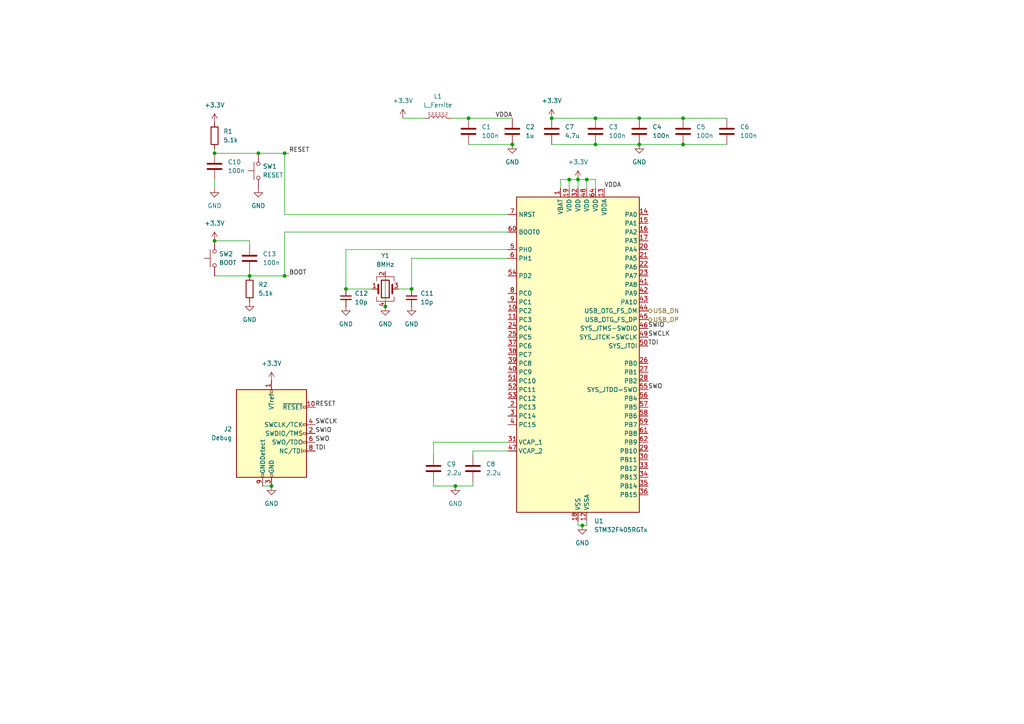
<source format=kicad_sch>
(kicad_sch (version 20250114) (generator "eeschema") (generator_version "9.0")
  (paper "A4")
  (lib_symbols
    (symbol "Connector:Conn_ARM_JTAG_SWD_10" (pin_names (offset 1.016))
      (property "Reference" "J" (at -2.54 16.51 0))
      (property "Value" "Conn_ARM_JTAG_SWD_10" (at -2.54 13.97 0))
      (symbol "Conn_ARM_JTAG_SWD_10_0_1"
        (rectangle (start -10.16 12.7) (end 10.16 -12.7) (stroke (width 0.254)) (fill (type background)))
        (rectangle (start -2.794 -12.7) (end -2.286 -11.684))
        (rectangle (start -0.254 12.7) (end 0.254 11.684))
        (rectangle (start -0.254 -12.7) (end 0.254 -11.684))
        (rectangle (start 9.144 2.286) (end 10.16 2.794))
        (rectangle (start 10.16 7.874) (end 9.144 7.366))
        (rectangle (start 10.16 -0.254) (end 9.144 0.254))
        (rectangle (start 10.16 -2.794) (end 9.144 -2.286))
      )
      (symbol "Conn_ARM_JTAG_SWD_10_1_1"
        (rectangle (start 9.144 -5.334) (end 10.16 -4.826))
        (pin no_connect line (at -10.16 0 0) (length 2.54) (hide yes) (name "KEY") (number "7"))
        (pin passive line (at -2.54 -15.24 90) (length 2.54) (name "GNDDetect") (number "9"))
        (pin power_in line (at 0 15.24 270) (length 2.54) (name "VTref") (number "1"))
        (pin power_in line (at 0 -15.24 90) (length 2.54) (name "GND") (number "3"))
        (pin passive line (at 0 -15.24 90) (length 2.54) (hide yes) (name "GND") (number "5"))
        (pin open_collector line (at 12.7 7.62 180) (length 2.54) (name "~{RESET}") (number "10"))
        (pin output line (at 12.7 2.54 180) (length 2.54) (name "SWCLK/TCK") (number "4"))
        (pin bidirectional line (at 12.7 0 180) (length 2.54) (name "SWDIO/TMS") (number "2"))
        (pin input line (at 12.7 -2.54 180) (length 2.54) (name "SWO/TDO") (number "6"))
        (pin output line (at 12.7 -5.08 180) (length 2.54) (name "NC/TDI") (number "8"))
      )
    )
    (symbol "Device:C" (pin_numbers (hide yes)) (pin_names (offset 0.254))
      (property "Reference" "C" (at 0.635 2.54 0))
      (property "Value" "C" (at 0.635 -2.54 0))
      (symbol "C_0_1"
        (polyline (pts (xy -2.032 0.762) (xy 2.032 0.762)) (stroke (width 0.508)))
        (polyline (pts (xy -2.032 -0.762) (xy 2.032 -0.762)) (stroke (width 0.508)))
      )
      (symbol "C_1_1"
        (pin passive line (at 0 3.81 270) (length 2.794) (name "~") (number "1"))
        (pin passive line (at 0 -3.81 90) (length 2.794) (name "~") (number "2"))
      )
    )
    (symbol "Device:C_Small" (pin_numbers (hide yes)) (pin_names (offset 0.254) (hide yes))
      (property "Reference" "C" (at 0.254 1.778 0))
      (property "Value" "C_Small" (at 0.254 -2.032 0))
      (symbol "C_Small_0_1"
        (polyline (pts (xy -1.524 0.508) (xy 1.524 0.508)) (stroke (width 0.3048)))
        (polyline (pts (xy -1.524 -0.508) (xy 1.524 -0.508)) (stroke (width 0.3302)))
      )
      (symbol "C_Small_1_1"
        (pin passive line (at 0 2.54 270) (length 2.032) (name "~") (number "1"))
        (pin passive line (at 0 -2.54 90) (length 2.032) (name "~") (number "2"))
      )
    )
    (symbol "Device:Crystal_GND24" (pin_names (offset 1.016) (hide yes))
      (property "Reference" "Y" (at 3.175 5.08 0))
      (property "Value" "Crystal_GND24" (at 3.175 3.175 0))
      (symbol "Crystal_GND24_0_1"
        (polyline (pts (xy -2.54 2.286) (xy -2.54 3.556) (xy 2.54 3.556) (xy 2.54 2.286)))
        (polyline (pts (xy -2.54 0) (xy -2.032 0)))
        (polyline (pts (xy -2.54 -2.286) (xy -2.54 -3.556) (xy 2.54 -3.556) (xy 2.54 -2.286)))
        (polyline (pts (xy -2.032 -1.27) (xy -2.032 1.27)) (stroke (width 0.508)))
        (rectangle (start -1.143 2.54) (end 1.143 -2.54) (stroke (width 0.3048)))
        (polyline (pts (xy 0 3.556) (xy 0 3.81)))
        (polyline (pts (xy 0 -3.81) (xy 0 -3.556)))
        (polyline (pts (xy 2.032 0) (xy 2.54 0)))
        (polyline (pts (xy 2.032 -1.27) (xy 2.032 1.27)) (stroke (width 0.508)))
      )
      (symbol "Crystal_GND24_1_1"
        (pin passive line (at -3.81 0 0) (length 1.27) (name "1") (number "1"))
        (pin passive line (at 0 5.08 270) (length 1.27) (name "2") (number "2"))
        (pin passive line (at 0 -5.08 90) (length 1.27) (name "4") (number "4"))
        (pin passive line (at 3.81 0 180) (length 1.27) (name "3") (number "3"))
      )
    )
    (symbol "Device:L_Ferrite" (pin_numbers (hide yes)) (pin_names (offset 1.016) (hide yes))
      (property "Reference" "L" (at -1.27 0 90))
      (property "Value" "L_Ferrite" (at 2.794 0 90))
      (symbol "L_Ferrite_0_1"
        (arc (start 0 2.54) (mid 0.6323 1.905) (end 0 1.27))
        (arc (start 0 1.27) (mid 0.6323 0.635) (end 0 0))
        (arc (start 0 0) (mid 0.6323 -0.635) (end 0 -1.27))
        (arc (start 0 -1.27) (mid 0.6323 -1.905) (end 0 -2.54))
        (polyline (pts (xy 1.016 2.286) (xy 1.016 2.794)))
        (polyline (pts (xy 1.016 1.27) (xy 1.016 1.778)))
        (polyline (pts (xy 1.016 0.254) (xy 1.016 0.762)))
        (polyline (pts (xy 1.016 -0.762) (xy 1.016 -0.254)))
        (polyline (pts (xy 1.016 -1.778) (xy 1.016 -1.27)))
        (polyline (pts (xy 1.016 -2.794) (xy 1.016 -2.286)))
        (polyline (pts (xy 1.524 2.794) (xy 1.524 2.286)))
        (polyline (pts (xy 1.524 1.778) (xy 1.524 1.27)))
        (polyline (pts (xy 1.524 0.762) (xy 1.524 0.254)))
        (polyline (pts (xy 1.524 -0.254) (xy 1.524 -0.762)))
        (polyline (pts (xy 1.524 -1.27) (xy 1.524 -1.778)))
        (polyline (pts (xy 1.524 -2.286) (xy 1.524 -2.794)))
      )
      (symbol "L_Ferrite_1_1"
        (pin passive line (at 0 3.81 270) (length 1.27) (name "1") (number "1"))
        (pin passive line (at 0 -3.81 90) (length 1.27) (name "2") (number "2"))
      )
    )
    (symbol "Device:R" (pin_numbers (hide yes)) (pin_names (offset 0))
      (property "Reference" "R" (at 2.032 0 90))
      (property "Value" "R" (at 0 0 90))
      (symbol "R_0_1"
        (rectangle (start -1.016 -2.54) (end 1.016 2.54) (stroke (width 0.254)))
      )
      (symbol "R_1_1"
        (pin passive line (at 0 3.81 270) (length 1.27) (name "~") (number "1"))
        (pin passive line (at 0 -3.81 90) (length 1.27) (name "~") (number "2"))
      )
    )
    (symbol "MCU_ST_STM32F4:STM32F405RGTx"
      (property "Reference" "U" (at -17.78 46.99 0))
      (property "Value" "STM32F405RGTx" (at 10.16 46.99 0))
      (symbol "STM32F405RGTx_0_1"
        (rectangle (start -17.78 -45.72) (end 17.78 45.72) (stroke (width 0.254)) (fill (type background)))
      )
      (symbol "STM32F405RGTx_1_1"
        (pin input line (at -20.32 40.64 0) (length 2.54) (name "NRST") (number "7"))
        (pin input line (at -20.32 35.56 0) (length 2.54) (name "BOOT0") (number "60"))
        (pin bidirectional line (at -20.32 30.48 0) (length 2.54) (name "PH0") (number "5"))
        (pin bidirectional line (at -20.32 27.94 0) (length 2.54) (name "PH1") (number "6"))
        (pin bidirectional line (at -20.32 22.86 0) (length 2.54) (name "PD2") (number "54"))
        (pin bidirectional line (at -20.32 17.78 0) (length 2.54) (name "PC0") (number "8"))
        (pin bidirectional line (at -20.32 15.24 0) (length 2.54) (name "PC1") (number "9"))
        (pin bidirectional line (at -20.32 12.7 0) (length 2.54) (name "PC2") (number "10"))
        (pin bidirectional line (at -20.32 10.16 0) (length 2.54) (name "PC3") (number "11"))
        (pin bidirectional line (at -20.32 7.62 0) (length 2.54) (name "PC4") (number "24"))
        (pin bidirectional line (at -20.32 5.08 0) (length 2.54) (name "PC5") (number "25"))
        (pin bidirectional line (at -20.32 2.54 0) (length 2.54) (name "PC6") (number "37"))
        (pin bidirectional line (at -20.32 0 0) (length 2.54) (name "PC7") (number "38"))
        (pin bidirectional line (at -20.32 -2.54 0) (length 2.54) (name "PC8") (number "39"))
        (pin bidirectional line (at -20.32 -5.08 0) (length 2.54) (name "PC9") (number "40"))
        (pin bidirectional line (at -20.32 -7.62 0) (length 2.54) (name "PC10") (number "51"))
        (pin bidirectional line (at -20.32 -10.16 0) (length 2.54) (name "PC11") (number "52"))
        (pin bidirectional line (at -20.32 -12.7 0) (length 2.54) (name "PC12") (number "53"))
        (pin bidirectional line (at -20.32 -15.24 0) (length 2.54) (name "PC13") (number "2"))
        (pin bidirectional line (at -20.32 -17.78 0) (length 2.54) (name "PC14") (number "3"))
        (pin bidirectional line (at -20.32 -20.32 0) (length 2.54) (name "PC15") (number "4"))
        (pin power_out line (at -20.32 -25.4 0) (length 2.54) (name "VCAP_1") (number "31"))
        (pin power_out line (at -20.32 -27.94 0) (length 2.54) (name "VCAP_2") (number "47"))
        (pin power_in line (at -5.08 48.26 270) (length 2.54) (name "VBAT") (number "1"))
        (pin power_in line (at -2.54 48.26 270) (length 2.54) (name "VDD") (number "19"))
        (pin power_in line (at 0 48.26 270) (length 2.54) (name "VDD") (number "32"))
        (pin power_in line (at 0 -48.26 90) (length 2.54) (name "VSS") (number "18"))
        (pin passive line (at 0 -48.26 90) (length 2.54) (hide yes) (name "VSS") (number "63"))
        (pin power_in line (at 2.54 48.26 270) (length 2.54) (name "VDD") (number "48"))
        (pin power_in line (at 2.54 -48.26 90) (length 2.54) (name "VSSA") (number "12"))
        (pin power_in line (at 5.08 48.26 270) (length 2.54) (name "VDD") (number "64"))
        (pin power_in line (at 7.62 48.26 270) (length 2.54) (name "VDDA") (number "13"))
        (pin bidirectional line (at 20.32 40.64 180) (length 2.54) (name "PA0") (number "14"))
        (pin bidirectional line (at 20.32 38.1 180) (length 2.54) (name "PA1") (number "15"))
        (pin bidirectional line (at 20.32 35.56 180) (length 2.54) (name "PA2") (number "16"))
        (pin bidirectional line (at 20.32 33.02 180) (length 2.54) (name "PA3") (number "17"))
        (pin bidirectional line (at 20.32 30.48 180) (length 2.54) (name "PA4") (number "20"))
        (pin bidirectional line (at 20.32 27.94 180) (length 2.54) (name "PA5") (number "21"))
        (pin bidirectional line (at 20.32 25.4 180) (length 2.54) (name "PA6") (number "22"))
        (pin bidirectional line (at 20.32 22.86 180) (length 2.54) (name "PA7") (number "23"))
        (pin bidirectional line (at 20.32 20.32 180) (length 2.54) (name "PA8") (number "41"))
        (pin bidirectional line (at 20.32 17.78 180) (length 2.54) (name "PA9") (number "42"))
        (pin bidirectional line (at 20.32 15.24 180) (length 2.54) (name "PA10") (number "43"))
        (pin bidirectional line (at 20.32 12.7 180) (length 2.54) (name "PA11") (number "44") (alternate "USB_OTG_FS_DM" bidirectional line))
        (pin bidirectional line (at 20.32 10.16 180) (length 2.54) (name "PA12") (number "45") (alternate "USB_OTG_FS_DP" bidirectional line))
        (pin bidirectional line (at 20.32 7.62 180) (length 2.54) (name "PA13") (number "46") (alternate "SYS_JTMS-SWDIO" bidirectional line))
        (pin bidirectional line (at 20.32 5.08 180) (length 2.54) (name "PA14") (number "49") (alternate "SYS_JTCK-SWCLK" bidirectional line))
        (pin bidirectional line (at 20.32 2.54 180) (length 2.54) (name "PA15") (number "50") (alternate "SYS_JTDI" bidirectional line))
        (pin bidirectional line (at 20.32 -2.54 180) (length 2.54) (name "PB0") (number "26"))
        (pin bidirectional line (at 20.32 -5.08 180) (length 2.54) (name "PB1") (number "27"))
        (pin bidirectional line (at 20.32 -7.62 180) (length 2.54) (name "PB2") (number "28"))
        (pin bidirectional line (at 20.32 -10.16 180) (length 2.54) (name "PB3") (number "55") (alternate "SYS_JTDO-SWO" bidirectional line))
        (pin bidirectional line (at 20.32 -12.7 180) (length 2.54) (name "PB4") (number "56"))
        (pin bidirectional line (at 20.32 -15.24 180) (length 2.54) (name "PB5") (number "57"))
        (pin bidirectional line (at 20.32 -17.78 180) (length 2.54) (name "PB6") (number "58"))
        (pin bidirectional line (at 20.32 -20.32 180) (length 2.54) (name "PB7") (number "59"))
        (pin bidirectional line (at 20.32 -22.86 180) (length 2.54) (name "PB8") (number "61"))
        (pin bidirectional line (at 20.32 -25.4 180) (length 2.54) (name "PB9") (number "62"))
        (pin bidirectional line (at 20.32 -27.94 180) (length 2.54) (name "PB10") (number "29"))
        (pin bidirectional line (at 20.32 -30.48 180) (length 2.54) (name "PB11") (number "30"))
        (pin bidirectional line (at 20.32 -33.02 180) (length 2.54) (name "PB12") (number "33"))
        (pin bidirectional line (at 20.32 -35.56 180) (length 2.54) (name "PB13") (number "34"))
        (pin bidirectional line (at 20.32 -38.1 180) (length 2.54) (name "PB14") (number "35"))
        (pin bidirectional line (at 20.32 -40.64 180) (length 2.54) (name "PB15") (number "36"))
      )
    )
    (symbol "Switch:SW_Push" (pin_numbers (hide yes)) (pin_names (offset 1.016) (hide yes))
      (property "Reference" "SW" (at 1.27 2.54 0))
      (property "Value" "SW_Push" (at 0 -1.524 0))
      (symbol "SW_Push_0_1"
        (circle (center -2.032 0) (radius 0.508))
        (polyline (pts (xy 0 1.27) (xy 0 3.048)))
        (circle (center 2.032 0) (radius 0.508))
        (polyline (pts (xy 2.54 1.27) (xy -2.54 1.27)))
        (pin passive line (at -5.08 0 0) (length 2.54) (name "1") (number "1"))
        (pin passive line (at 5.08 0 180) (length 2.54) (name "2") (number "2"))
      )
    )
    (symbol "power:+3.3V" (power) (pin_numbers (hide yes)) (pin_names (offset 0) (hide yes))
      (property "Value" "+3.3V" (at 0 3.556 0))
      (symbol "+3.3V_0_1"
        (polyline (pts (xy -0.762 1.27) (xy 0 2.54)))
        (polyline (pts (xy 0 2.54) (xy 0.762 1.27)))
        (polyline (pts (xy 0 0) (xy 0 2.54)))
      )
      (symbol "+3.3V_1_1"
        (pin power_in line (at 0 0 90) (length 0) (name "~") (number "1"))
      )
    )
    (symbol "power:GND" (power) (pin_numbers (hide yes)) (pin_names (offset 0) (hide yes))
      (property "Value" "GND" (at 0 -3.81 0))
      (symbol "GND_0_1"
        (polyline (pts (xy 0 0) (xy 0 -1.27) (xy 1.27 -1.27) (xy 0 -2.54) (xy -1.27 -1.27) (xy 0 -1.27)))
      )
      (symbol "GND_1_1"
        (pin power_in line (at 0 0 270) (length 0) (name "~") (number "1"))
      )
    )
  )
  (junction (at 82.55 80.01))
  (junction (at 62.23 69.85))
  (junction (at 185.42 41.91))
  (junction (at 100.33 83.82))
  (junction (at 62.23 44.45))
  (junction (at 135.89 34.29))
  (junction (at 198.12 41.91))
  (junction (at 78.74 140.97))
  (junction (at 132.08 140.97))
  (junction (at 82.55 44.45))
  (junction (at 198.12 34.29))
  (junction (at 167.64 52.07))
  (junction (at 172.72 34.29))
  (junction (at 165.1 52.07))
  (junction (at 119.38 83.82))
  (junction (at 111.76 88.9))
  (junction (at 170.18 52.07))
  (junction (at 185.42 34.29))
  (junction (at 172.72 41.91))
  (junction (at 74.93 44.45))
  (junction (at 160.02 34.29))
  (junction (at 168.91 152.4))
  (junction (at 148.59 41.91))
  (junction (at 72.39 80.01))
  (wire (pts (xy 147.32 74.93) (xy 119.38 74.93)))
  (wire (pts (xy 72.39 78.74) (xy 72.39 80.01)))
  (wire (pts (xy 198.12 41.91) (xy 210.82 41.91)))
  (wire (pts (xy 147.32 72.39) (xy 100.33 72.39)))
  (wire (pts (xy 160.02 41.91) (xy 172.72 41.91)))
  (wire (pts (xy 165.1 52.07) (xy 165.1 54.61)))
  (wire (pts (xy 130.81 34.29) (xy 135.89 34.29)))
  (wire (pts (xy 82.55 44.45) (xy 82.55 62.23)))
  (wire (pts (xy 135.89 41.91) (xy 148.59 41.91)))
  (wire (pts (xy 115.57 83.82) (xy 119.38 83.82)))
  (wire (pts (xy 119.38 74.93) (xy 119.38 83.82)))
  (wire (pts (xy 82.55 67.31) (xy 147.32 67.31)))
  (wire (pts (xy 147.32 62.23) (xy 82.55 62.23)))
  (wire (pts (xy 125.73 140.97) (xy 132.08 140.97)))
  (wire (pts (xy 165.1 52.07) (xy 167.64 52.07)))
  (wire (pts (xy 198.12 34.29) (xy 210.82 34.29)))
  (wire (pts (xy 162.56 52.07) (xy 165.1 52.07)))
  (wire (pts (xy 137.16 130.81) (xy 137.16 132.08)))
  (wire (pts (xy 168.91 152.4) (xy 167.64 152.4)))
  (wire (pts (xy 135.89 34.29) (xy 148.59 34.29)))
  (wire (pts (xy 137.16 140.97) (xy 137.16 139.7)))
  (wire (pts (xy 147.32 130.81) (xy 137.16 130.81)))
  (wire (pts (xy 62.23 44.45) (xy 74.93 44.45)))
  (wire (pts (xy 162.56 52.07) (xy 162.56 54.61)))
  (wire (pts (xy 132.08 140.97) (xy 137.16 140.97)))
  (wire (pts (xy 76.2 140.97) (xy 78.74 140.97)))
  (wire (pts (xy 125.73 128.27) (xy 147.32 128.27)))
  (wire (pts (xy 125.73 139.7) (xy 125.73 140.97)))
  (wire (pts (xy 62.23 54.61) (xy 62.23 52.07)))
  (wire (pts (xy 167.64 52.07) (xy 170.18 52.07)))
  (wire (pts (xy 82.55 67.31) (xy 82.55 80.01)))
  (wire (pts (xy 72.39 80.01) (xy 82.55 80.01)))
  (wire (pts (xy 116.84 34.29) (xy 123.19 34.29)))
  (wire (pts (xy 125.73 132.08) (xy 125.73 128.27)))
  (wire (pts (xy 62.23 80.01) (xy 72.39 80.01)))
  (wire (pts (xy 100.33 83.82) (xy 107.95 83.82)))
  (wire (pts (xy 111.76 78.74) (xy 111.76 88.9)))
  (wire (pts (xy 167.64 52.07) (xy 167.64 54.61)))
  (wire (pts (xy 82.55 80.01) (xy 83.82 80.01)))
  (wire (pts (xy 100.33 72.39) (xy 100.33 83.82)))
  (wire (pts (xy 172.72 34.29) (xy 185.42 34.29)))
  (wire (pts (xy 170.18 152.4) (xy 168.91 152.4)))
  (wire (pts (xy 172.72 41.91) (xy 185.42 41.91)))
  (wire (pts (xy 172.72 52.07) (xy 170.18 52.07)))
  (wire (pts (xy 185.42 34.29) (xy 198.12 34.29)))
  (wire (pts (xy 167.64 152.4) (xy 167.64 151.13)))
  (wire (pts (xy 160.02 34.29) (xy 172.72 34.29)))
  (wire (pts (xy 172.72 54.61) (xy 172.72 52.07)))
  (wire (pts (xy 170.18 151.13) (xy 170.18 152.4)))
  (wire (pts (xy 170.18 52.07) (xy 170.18 54.61)))
  (wire (pts (xy 62.23 43.18) (xy 62.23 44.45)))
  (wire (pts (xy 74.93 44.45) (xy 82.55 44.45)))
  (wire (pts (xy 82.55 44.45) (xy 83.82 44.45)))
  (wire (pts (xy 72.39 69.85) (xy 62.23 69.85)))
  (wire (pts (xy 72.39 71.12) (xy 72.39 69.85)))
  (wire (pts (xy 185.42 41.91) (xy 198.12 41.91)))
  (label "TDI" (at 187.96 100.33 0))
  (label "SWO" (at 91.44 128.27 0))
  (label "SWO" (at 187.96 113.03 0))
  (label "TDI" (at 91.44 130.81 0))
  (label "VDDA" (at 148.59 34.29 180))
  (label "SWCLK" (at 187.96 97.79 0))
  (label "RESET" (at 91.44 118.11 0))
  (label "SWIO" (at 187.96 95.25 0))
  (label "VDDA" (at 175.26 54.61 0))
  (label "SWIO" (at 91.44 125.73 0))
  (label "BOOT" (at 83.82 80.01 0))
  (label "RESET" (at 83.82 44.45 0))
  (label "SWCLK" (at 91.44 123.19 0))
  (hierarchical_label "USB_DN" (shape bidirectional) (at 187.96 90.17 0))
  (hierarchical_label "USB_DP" (shape bidirectional) (at 187.96 92.71 0))
  (symbol (lib_id "Device:L_Ferrite") (at 127 34.29 90) (unit 1)
    (property "Reference" "L1" (at 127 27.94 90))
    (property "Value" "L_Ferrite" (at 127 30.48 90))
    (property "Footprint" "Inductor_SMD:L_0402_1005Metric" (effects (hide yes)))
    (property "Description" "Inductor with ferrite core" (effects (hide yes)))
  )
  (symbol (lib_id "Connector:Conn_ARM_JTAG_SWD_10") (at 78.74 125.73 0) (unit 1)
    (property "Reference" "J2" (at 67.31 124.4599 0) (effects (justify right)))
    (property "Value" "Debug" (at 67.31 126.9999 0) (effects (justify right)))
    (property "Footprint" "Connector_PinHeader_1.27mm:PinHeader_2x05_P1.27mm_Vertical_SMD" (effects (hide yes)))
    (property "Datasheet" "http://infocenter.arm.com/help/topic/com.arm.doc.ddi0314h/DDI0314H_coresight_components_trm.pdf" (effects (hide yes)))
    (property "Description" "Cortex Debug Connector, standard ARM Cortex-M SWD and JTAG interface" (effects (hide yes)))
  )
  (symbol (lib_id "Switch:SW_Push") (at 74.93 49.53 90) (unit 1)
    (property "Reference" "SW1" (at 76.2 48.2599 90) (effects (justify right)))
    (property "Value" "RESET" (at 76.2 50.7999 90) (effects (justify right)))
    (property "Footprint" "Button_Switch_SMD:SW_Push_SPST_NO_Alps_SKRK" (effects (hide yes)))
    (property "Description" "Push button switch, generic, two pins" (effects (hide yes)))
    (property "LCSC" "C720477" (effects (hide yes)))
  )
  (symbol (lib_id "Device:C") (at 72.39 74.93 0) (unit 1)
    (property "Reference" "C13" (at 76.2 73.6599 0) (effects (justify left)))
    (property "Value" "100n" (at 76.2 76.1999 0) (effects (justify left)))
    (property "Footprint" "Capacitor_SMD:C_0402_1005Metric" (effects (hide yes)))
    (property "Description" "Unpolarized capacitor" (effects (hide yes)))
  )
  (symbol (lib_id "Switch:SW_Push") (at 62.23 74.93 90) (unit 1)
    (property "Reference" "SW2" (at 63.5 73.6599 90) (effects (justify right)))
    (property "Value" "BOOT" (at 63.5 76.1999 90) (effects (justify right)))
    (property "Footprint" "Button_Switch_SMD:SW_Push_SPST_NO_Alps_SKRK" (effects (hide yes)))
    (property "Description" "Push button switch, generic, two pins" (effects (hide yes)))
    (property "LCSC" "C720477" (effects (hide yes)))
  )
  (symbol (lib_id "Device:C") (at 198.12 38.1 0) (unit 1)
    (property "Reference" "C5" (at 201.93 36.8299 0) (effects (justify left)))
    (property "Value" "100n" (at 201.93 39.3699 0) (effects (justify left)))
    (property "Footprint" "Capacitor_SMD:C_0402_1005Metric" (effects (hide yes)))
    (property "Description" "Unpolarized capacitor" (effects (hide yes)))
  )
  (symbol (lib_id "Device:C") (at 185.42 38.1 0) (unit 1)
    (property "Reference" "C4" (at 189.23 36.8299 0) (effects (justify left)))
    (property "Value" "100n" (at 189.23 39.3699 0) (effects (justify left)))
    (property "Footprint" "Capacitor_SMD:C_0402_1005Metric" (effects (hide yes)))
    (property "Description" "Unpolarized capacitor" (effects (hide yes)))
  )
  (symbol (lib_id "Device:Crystal_GND24") (at 111.76 83.82 0) (unit 1)
    (property "Reference" "Y1" (at 111.76 74.168 0))
    (property "Value" "8MHz" (at 111.76 76.708 0))
    (property "Footprint" "Crystal:Crystal_SMD_3225-4Pin_3.2x2.5mm" (effects (hide yes)))
    (property "Description" "Four pin crystal, GND on pins 2 and 4" (effects (hide yes)))
  )
  (symbol (lib_id "Device:C") (at 172.72 38.1 0) (unit 1)
    (property "Reference" "C3" (at 176.53 36.8299 0) (effects (justify left)))
    (property "Value" "100n" (at 176.53 39.3699 0) (effects (justify left)))
    (property "Footprint" "Capacitor_SMD:C_0402_1005Metric" (effects (hide yes)))
    (property "Description" "Unpolarized capacitor" (effects (hide yes)))
  )
  (symbol (lib_id "Device:C") (at 148.59 38.1 0) (unit 1)
    (property "Reference" "C2" (at 152.4 36.8299 0) (effects (justify left)))
    (property "Value" "1u" (at 152.4 39.3699 0) (effects (justify left)))
    (property "Footprint" "Capacitor_SMD:C_0402_1005Metric" (effects (hide yes)))
    (property "Description" "Unpolarized capacitor" (effects (hide yes)))
  )
  (symbol (lib_id "Device:C") (at 135.89 38.1 0) (unit 1)
    (property "Reference" "C1" (at 139.7 36.8299 0) (effects (justify left)))
    (property "Value" "100n" (at 139.7 39.3699 0) (effects (justify left)))
    (property "Footprint" "Capacitor_SMD:C_0402_1005Metric" (effects (hide yes)))
    (property "Description" "Unpolarized capacitor" (effects (hide yes)))
  )
  (symbol (lib_id "power:+3.3V") (at 78.74 110.49 0) (unit 1)
    (property "Reference" "#PWR023" (effects (hide yes)))
    (property "Value" "+3.3V" (at 78.74 105.41 0))
    (property "Description" "Power symbol creates a global label with name \"+3.3V\"" (effects (hide yes)))
  )
  (symbol (lib_id "power:GND") (at 148.59 41.91 0) (unit 1)
    (property "Reference" "#PWR01" (effects (hide yes)))
    (property "Value" "GND" (at 148.59 46.99 0))
    (property "Description" "Power symbol creates a global label with name \"GND\" , ground" (effects (hide yes)))
  )
  (symbol (lib_id "power:GND") (at 72.39 87.63 0) (unit 1)
    (property "Reference" "#PWR011" (effects (hide yes)))
    (property "Value" "GND" (at 72.39 92.71 0))
    (property "Description" "Power symbol creates a global label with name \"GND\" , ground" (effects (hide yes)))
  )
  (symbol (lib_id "power:GND") (at 74.93 54.61 0) (unit 1)
    (property "Reference" "#PWR06" (effects (hide yes)))
    (property "Value" "GND" (at 74.93 59.69 0))
    (property "Description" "Power symbol creates a global label with name \"GND\" , ground" (effects (hide yes)))
  )
  (symbol (lib_id "power:GND") (at 119.38 88.9 0) (unit 1)
    (property "Reference" "#PWR08" (effects (hide yes)))
    (property "Value" "GND" (at 119.38 93.98 0))
    (property "Description" "Power symbol creates a global label with name \"GND\" , ground" (effects (hide yes)))
  )
  (symbol (lib_id "power:GND") (at 168.91 152.4 0) (unit 1)
    (property "Reference" "#PWR04" (effects (hide yes)))
    (property "Value" "GND" (at 168.91 157.48 0))
    (property "Description" "Power symbol creates a global label with name \"GND\" , ground" (effects (hide yes)))
  )
  (symbol (lib_id "Device:C_Small") (at 100.33 86.36 0) (unit 1)
    (property "Reference" "C12" (at 102.87 85.0962 0) (effects (justify left)))
    (property "Value" "10p" (at 102.87 87.6362 0) (effects (justify left)))
    (property "Footprint" "Capacitor_SMD:C_0402_1005Metric" (effects (hide yes)))
    (property "Description" "Unpolarized capacitor, small symbol" (effects (hide yes)))
  )
  (symbol (lib_id "Device:C") (at 160.02 38.1 0) (unit 1)
    (property "Reference" "C7" (at 163.83 36.8299 0) (effects (justify left)))
    (property "Value" "4.7u" (at 163.83 39.3699 0) (effects (justify left)))
    (property "Footprint" "Capacitor_SMD:C_0402_1005Metric" (effects (hide yes)))
    (property "Description" "Unpolarized capacitor" (effects (hide yes)))
  )
  (symbol (lib_id "Device:C_Small") (at 119.38 86.36 0) (unit 1)
    (property "Reference" "C11" (at 121.92 85.0962 0) (effects (justify left)))
    (property "Value" "10p" (at 121.92 87.6362 0) (effects (justify left)))
    (property "Footprint" "Capacitor_SMD:C_0402_1005Metric" (effects (hide yes)))
    (property "Description" "Unpolarized capacitor, small symbol" (effects (hide yes)))
  )
  (symbol (lib_id "Device:C") (at 62.23 48.26 0) (unit 1)
    (property "Reference" "C10" (at 66.04 46.9899 0) (effects (justify left)))
    (property "Value" "100n" (at 66.04 49.5299 0) (effects (justify left)))
    (property "Footprint" "Capacitor_SMD:C_0402_1005Metric" (effects (hide yes)))
    (property "Description" "Unpolarized capacitor" (effects (hide yes)))
  )
  (symbol (lib_id "Device:C") (at 137.16 135.89 0) (unit 1)
    (property "Reference" "C8" (at 140.97 134.6199 0) (effects (justify left)))
    (property "Value" "2.2u" (at 140.97 137.1599 0) (effects (justify left)))
    (property "Footprint" "Capacitor_SMD:C_0402_1005Metric" (effects (hide yes)))
    (property "Description" "Unpolarized capacitor" (effects (hide yes)))
  )
  (symbol (lib_id "power:GND") (at 111.76 88.9 0) (unit 1)
    (property "Reference" "#PWR09" (effects (hide yes)))
    (property "Value" "GND" (at 111.76 93.98 0))
    (property "Description" "Power symbol creates a global label with name \"GND\" , ground" (effects (hide yes)))
  )
  (symbol (lib_id "power:GND") (at 132.08 140.97 0) (unit 1)
    (property "Reference" "#PWR02" (effects (hide yes)))
    (property "Value" "GND" (at 132.08 146.05 0))
    (property "Description" "Power symbol creates a global label with name \"GND\" , ground" (effects (hide yes)))
  )
  (symbol (lib_id "power:GND") (at 100.33 88.9 0) (unit 1)
    (property "Reference" "#PWR07" (effects (hide yes)))
    (property "Value" "GND" (at 100.33 93.98 0))
    (property "Description" "Power symbol creates a global label with name \"GND\" , ground" (effects (hide yes)))
  )
  (symbol (lib_id "power:+3.3V") (at 116.84 34.29 0) (unit 1)
    (property "Reference" "#PWR020" (effects (hide yes)))
    (property "Value" "+3.3V" (at 116.84 29.21 0))
    (property "Description" "Power symbol creates a global label with name \"+3.3V\"" (effects (hide yes)))
  )
  (symbol (lib_id "Device:R") (at 72.39 83.82 0) (unit 1)
    (property "Reference" "R2" (at 74.93 82.5499 0) (effects (justify left)))
    (property "Value" "5.1k" (at 74.93 85.0899 0) (effects (justify left)))
    (property "Footprint" "Resistor_SMD:R_0402_1005Metric" (effects (hide yes)))
    (property "Description" "Resistor" (effects (hide yes)))
  )
  (symbol (lib_id "power:GND") (at 78.74 140.97 0) (unit 1)
    (property "Reference" "#PWR017" (effects (hide yes)))
    (property "Value" "GND" (at 78.74 146.05 0))
    (property "Description" "Power symbol creates a global label with name \"GND\" , ground" (effects (hide yes)))
  )
  (symbol (lib_id "power:GND") (at 62.23 54.61 0) (unit 1)
    (property "Reference" "#PWR05" (effects (hide yes)))
    (property "Value" "GND" (at 62.23 59.69 0))
    (property "Description" "Power symbol creates a global label with name \"GND\" , ground" (effects (hide yes)))
  )
  (symbol (lib_id "power:+3.3V") (at 167.64 52.07 0) (unit 1)
    (property "Reference" "#PWR018" (effects (hide yes)))
    (property "Value" "+3.3V" (at 167.64 46.99 0))
    (property "Description" "Power symbol creates a global label with name \"+3.3V\"" (effects (hide yes)))
  )
  (symbol (lib_id "power:+3.3V") (at 62.23 35.56 0) (unit 1)
    (property "Reference" "#PWR021" (effects (hide yes)))
    (property "Value" "+3.3V" (at 62.23 30.48 0))
    (property "Description" "Power symbol creates a global label with name \"+3.3V\"" (effects (hide yes)))
  )
  (symbol (lib_id "Device:C") (at 210.82 38.1 0) (unit 1)
    (property "Reference" "C6" (at 214.63 36.8299 0) (effects (justify left)))
    (property "Value" "100n" (at 214.63 39.3699 0) (effects (justify left)))
    (property "Footprint" "Capacitor_SMD:C_0402_1005Metric" (effects (hide yes)))
    (property "Description" "Unpolarized capacitor" (effects (hide yes)))
  )
  (symbol (lib_id "Device:C") (at 125.73 135.89 0) (unit 1)
    (property "Reference" "C9" (at 129.54 134.6199 0) (effects (justify left)))
    (property "Value" "2.2u" (at 129.54 137.1599 0) (effects (justify left)))
    (property "Footprint" "Capacitor_SMD:C_0402_1005Metric" (effects (hide yes)))
    (property "Description" "Unpolarized capacitor" (effects (hide yes)))
  )
  (symbol (lib_id "MCU_ST_STM32F4:STM32F405RGTx") (at 167.64 102.87 0) (unit 1)
    (property "Reference" "U1" (at 172.3233 151.13 0) (effects (justify left)))
    (property "Value" "STM32F405RGTx" (at 172.3233 153.67 0) (effects (justify left)))
    (property "Footprint" "Package_QFP:LQFP-64_10x10mm_P0.5mm" (effects (hide yes)))
    (property "Datasheet" "https://www.st.com/resource/en/datasheet/stm32f405rg.pdf" (effects (hide yes)))
    (property "Description" "STMicroelectronics Arm Cortex-M4 MCU, 1024KB flash, 192KB RAM, 168 MHz, 1.8-3.6V, 51 GPIO, LQFP64" (effects (hide yes)))
    (property "LCSC" "C15742" (effects (hide yes)))
    (pin "46" (alternate "SYS_JTMS-SWDIO"))
    (pin "55" (alternate "SYS_JTDO-SWO"))
    (pin "45" (alternate "USB_OTG_FS_DP"))
    (pin "44" (alternate "USB_OTG_FS_DM"))
    (pin "50" (alternate "SYS_JTDI"))
    (pin "49" (alternate "SYS_JTCK-SWCLK"))
  )
  (symbol (lib_id "power:+3.3V") (at 160.02 34.29 0) (unit 1)
    (property "Reference" "#PWR019" (effects (hide yes)))
    (property "Value" "+3.3V" (at 160.02 29.21 0))
    (property "Description" "Power symbol creates a global label with name \"+3.3V\"" (effects (hide yes)))
  )
  (symbol (lib_id "power:GND") (at 185.42 41.91 0) (unit 1)
    (property "Reference" "#PWR03" (effects (hide yes)))
    (property "Value" "GND" (at 185.42 46.99 0))
    (property "Description" "Power symbol creates a global label with name \"GND\" , ground" (effects (hide yes)))
  )
  (symbol (lib_id "Device:R") (at 62.23 39.37 0) (unit 1)
    (property "Reference" "R1" (at 64.77 38.0999 0) (effects (justify left)))
    (property "Value" "5.1k" (at 64.77 40.6399 0) (effects (justify left)))
    (property "Footprint" "Resistor_SMD:R_0402_1005Metric" (effects (hide yes)))
    (property "Description" "Resistor" (effects (hide yes)))
  )
  (symbol (lib_id "power:+3.3V") (at 62.23 69.85 0) (unit 1)
    (property "Reference" "#PWR022" (effects (hide yes)))
    (property "Value" "+3.3V" (at 62.23 64.77 0))
    (property "Description" "Power symbol creates a global label with name \"+3.3V\"" (effects (hide yes)))
  )
)
</source>
